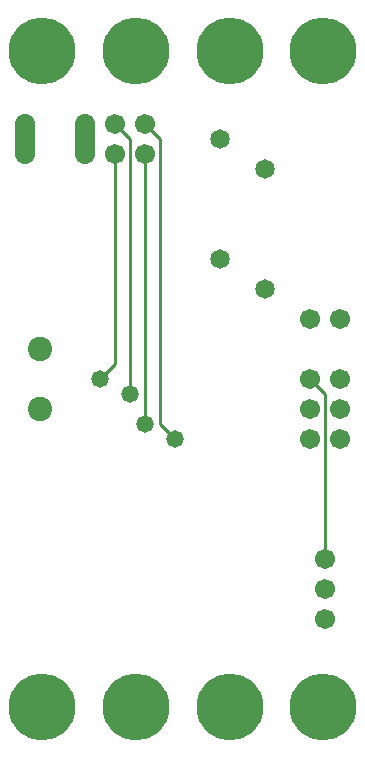
<source format=gtl>
%MOIN*%
%FSLAX25Y25*%
G04 D10 used for Character Trace; *
G04     Circle (OD=.01000) (No hole)*
G04 D11 used for Power Trace; *
G04     Circle (OD=.06700) (No hole)*
G04 D12 used for Signal Trace; *
G04     Circle (OD=.01100) (No hole)*
G04 D13 used for Via; *
G04     Circle (OD=.05800) (Round. Hole ID=.02800)*
G04 D14 used for Component hole; *
G04     Circle (OD=.06500) (Round. Hole ID=.03500)*
G04 D15 used for Component hole; *
G04     Circle (OD=.06700) (Round. Hole ID=.04300)*
G04 D16 used for Component hole; *
G04     Circle (OD=.08100) (Round. Hole ID=.05100)*
G04 D17 used for Component hole; *
G04     Circle (OD=.08900) (Round. Hole ID=.05900)*
G04 D18 used for Component hole; *
G04     Circle (OD=.11300) (Round. Hole ID=.08300)*
G04 D19 used for Component hole; *
G04     Circle (OD=.16000) (Round. Hole ID=.13000)*
G04 D20 used for Component hole; *
G04     Circle (OD=.18300) (Round. Hole ID=.15300)*
G04 D21 used for Component hole; *
G04     Circle (OD=.22291) (Round. Hole ID=.19291)*
%ADD10C,.01000*%
%ADD11C,.06700*%
%ADD12C,.01100*%
%ADD13C,.05800*%
%ADD14C,.06500*%
%ADD15C,.06700*%
%ADD16C,.08100*%
%ADD17C,.08900*%
%ADD18C,.11300*%
%ADD19C,.16000*%
%ADD20C,.18300*%
%ADD21C,.22291*%
%IPPOS*%
%LPD*%
G90*X0Y0D02*D21*X15625Y15625D03*X46875D03*        
X78125D03*D15*X105000Y105000D03*D13*X60000D03*D12*
X55000Y110000D01*Y205000D01*X50000Y210000D01*D15* 
D03*D12*X45000Y120000D02*Y205000D01*D13*          
Y120000D03*X35000Y125000D03*D12*X40000Y130000D01* 
Y200000D01*D15*D03*D12*X45000Y205000D02*          
X40000Y210000D01*D15*D03*X50000Y200000D03*D12*    
Y110000D01*D13*D03*D16*X15000Y135000D03*          
Y115000D03*D14*X90000Y155000D03*X75000Y165000D03* 
D15*X105000Y115000D03*Y125000D03*D12*             
X110000Y120000D01*Y65000D01*D15*D03*Y55000D03*    
Y45000D03*X115000Y105000D03*Y115000D03*D21*       
X109375Y15625D03*D15*X115000Y125000D03*Y145000D03*
X105000D03*D14*X90000Y195000D03*D15*              
X30000Y200000D03*D11*Y210000D01*D15*D03*X10000D03*
D11*Y200000D01*D15*D03*D21*X46875Y234375D03*      
X15625D03*D14*X75000Y205000D03*D21*               
X78125Y234375D03*X109375D03*M02*                  

</source>
